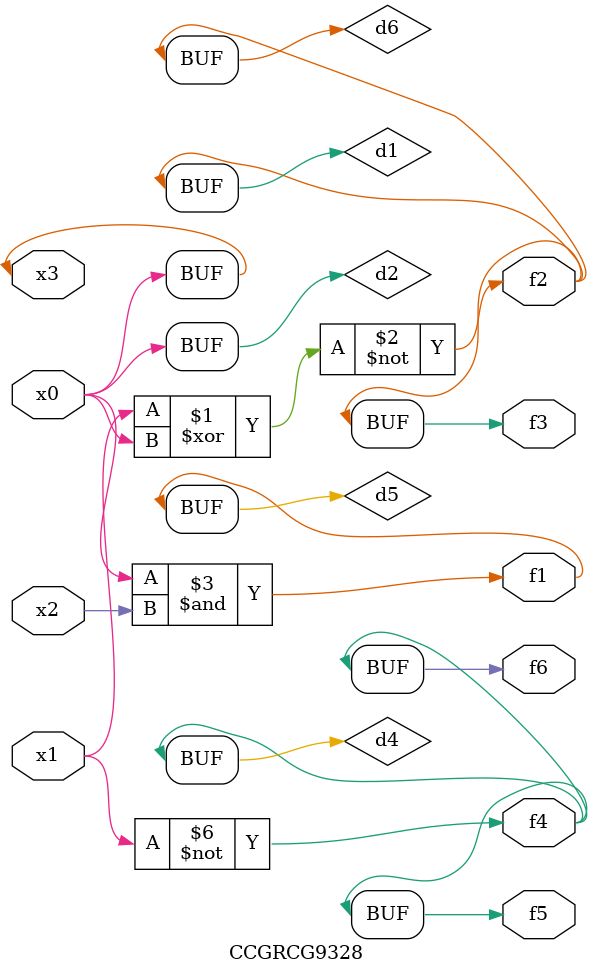
<source format=v>
module CCGRCG9328(
	input x0, x1, x2, x3,
	output f1, f2, f3, f4, f5, f6
);

	wire d1, d2, d3, d4, d5, d6;

	xnor (d1, x1, x3);
	buf (d2, x0, x3);
	nand (d3, x0, x2);
	not (d4, x1);
	nand (d5, d3);
	or (d6, d1);
	assign f1 = d5;
	assign f2 = d6;
	assign f3 = d6;
	assign f4 = d4;
	assign f5 = d4;
	assign f6 = d4;
endmodule

</source>
